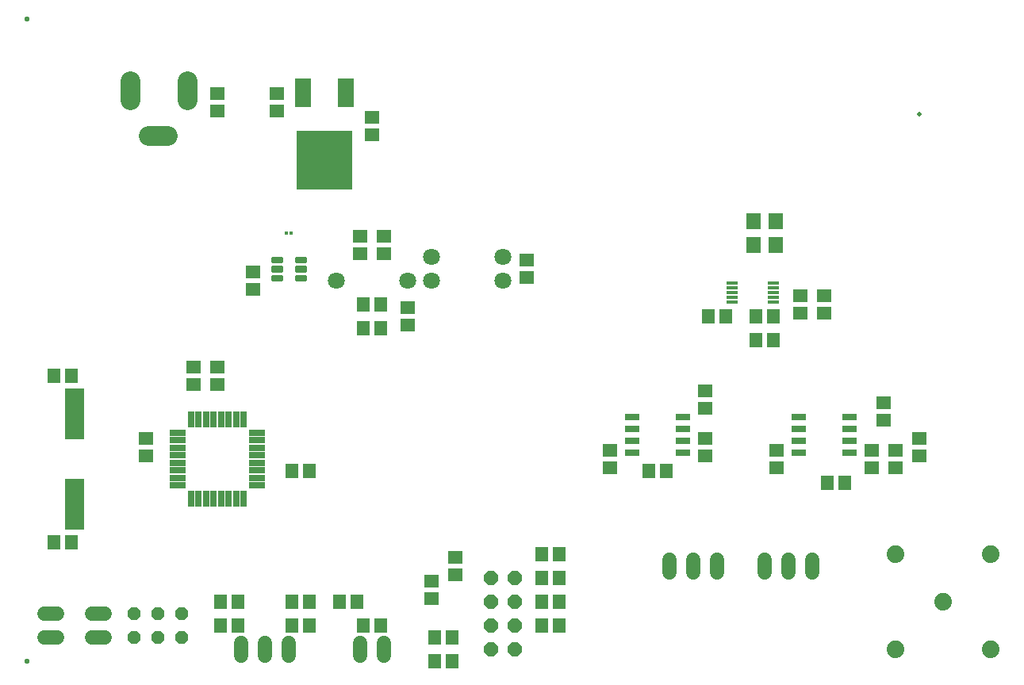
<source format=gbr>
G04 EAGLE Gerber RS-274X export*
G75*
%MOMM*%
%FSLAX34Y34*%
%LPD*%
%INSoldermask Top*%
%IPPOS*%
%AMOC8*
5,1,8,0,0,1.08239X$1,22.5*%
G01*
%ADD10C,0.551600*%
%ADD11C,0.501600*%
%ADD12R,1.601600X1.401600*%
%ADD13R,1.401600X1.601600*%
%ADD14C,1.801600*%
%ADD15R,1.151600X0.421600*%
%ADD16R,5.901600X6.301600*%
%ADD17R,1.701600X3.101600*%
%ADD18R,1.601600X0.701600*%
%ADD19C,2.101600*%
%ADD20C,1.524000*%
%ADD21P,1.649562X8X292.500000*%
%ADD22R,0.351600X0.451600*%
%ADD23R,2.032000X5.435600*%
%ADD24R,1.601600X1.701600*%
%ADD25R,1.701600X0.651600*%
%ADD26R,0.651600X1.701600*%
%ADD27C,0.245375*%
%ADD28C,1.879600*%
%ADD29P,1.525737X8X202.500000*%


D10*
X25400Y25400D03*
X25400Y711200D03*
D11*
X977900Y609600D03*
D12*
X647700Y250800D03*
X647700Y231800D03*
D13*
X231800Y88900D03*
X250800Y88900D03*
X803300Y368300D03*
X822300Y368300D03*
D12*
X152400Y244500D03*
X152400Y263500D03*
X850900Y415900D03*
X850900Y396900D03*
X431800Y403200D03*
X431800Y384200D03*
X266700Y441300D03*
X266700Y422300D03*
X406400Y479400D03*
X406400Y460400D03*
X558800Y435000D03*
X558800Y454000D03*
X749300Y314300D03*
X749300Y295300D03*
D13*
X803300Y393700D03*
X822300Y393700D03*
X54000Y330200D03*
X73000Y330200D03*
X73000Y152400D03*
X54000Y152400D03*
D12*
X228600Y631800D03*
X228600Y612800D03*
X393700Y587400D03*
X393700Y606400D03*
X292100Y631800D03*
X292100Y612800D03*
X825500Y250800D03*
X825500Y231800D03*
X939800Y301600D03*
X939800Y282600D03*
D13*
X771500Y393700D03*
X752500Y393700D03*
D12*
X876300Y415900D03*
X876300Y396900D03*
D13*
X403200Y63500D03*
X384200Y63500D03*
X308000Y88900D03*
X327000Y88900D03*
X308000Y228600D03*
X327000Y228600D03*
D14*
X431800Y431800D03*
X355600Y431800D03*
X457200Y431800D03*
X533400Y431800D03*
X533400Y457200D03*
X457200Y457200D03*
D15*
X822100Y409100D03*
X822100Y414100D03*
X822100Y419100D03*
X822100Y424100D03*
X822100Y429100D03*
X778100Y429100D03*
X778100Y424100D03*
X778100Y419100D03*
X778100Y414100D03*
X778100Y409100D03*
D16*
X342900Y560400D03*
D17*
X365700Y632200D03*
X320100Y632200D03*
D18*
X726000Y260350D03*
X671000Y260350D03*
X726000Y247650D03*
X726000Y273050D03*
X726000Y285750D03*
X671000Y247650D03*
X671000Y273050D03*
X671000Y285750D03*
X903800Y260350D03*
X848800Y260350D03*
X903800Y247650D03*
X903800Y273050D03*
X903800Y285750D03*
X848800Y247650D03*
X848800Y273050D03*
X848800Y285750D03*
D19*
X196100Y625000D02*
X196100Y645000D01*
X135100Y645000D02*
X135100Y625000D01*
X155100Y587000D02*
X175100Y587000D01*
D20*
X254000Y45212D02*
X254000Y30988D01*
X279400Y30988D02*
X279400Y45212D01*
X304800Y45212D02*
X304800Y30988D01*
X406400Y30988D02*
X406400Y45212D01*
X381000Y45212D02*
X381000Y30988D01*
D21*
X520700Y114300D03*
X546100Y114300D03*
X520700Y88900D03*
X546100Y88900D03*
X520700Y63500D03*
X546100Y63500D03*
X546100Y38100D03*
X520700Y38100D03*
D20*
X108712Y76200D02*
X94488Y76200D01*
X94488Y50800D02*
X108712Y50800D01*
D22*
X302050Y482600D03*
X307550Y482600D03*
D20*
X57912Y76200D02*
X43688Y76200D01*
X43688Y50800D02*
X57912Y50800D01*
X863600Y119888D02*
X863600Y134112D01*
X838200Y134112D02*
X838200Y119888D01*
X812800Y119888D02*
X812800Y134112D01*
X762000Y134112D02*
X762000Y119888D01*
X736600Y119888D02*
X736600Y134112D01*
X711200Y134112D02*
X711200Y119888D01*
D23*
X76200Y289560D03*
X76200Y193040D03*
D24*
X801300Y495100D03*
X801300Y470100D03*
X824300Y470100D03*
X824300Y495100D03*
D12*
X381000Y460400D03*
X381000Y479400D03*
D13*
X384200Y406400D03*
X403200Y406400D03*
X403200Y381000D03*
X384200Y381000D03*
X460400Y50800D03*
X479400Y50800D03*
X593700Y139700D03*
X574700Y139700D03*
X327000Y63500D03*
X308000Y63500D03*
X898500Y215900D03*
X879500Y215900D03*
D12*
X927100Y231800D03*
X927100Y250800D03*
X952500Y250800D03*
X952500Y231800D03*
D13*
X231800Y63500D03*
X250800Y63500D03*
D12*
X977900Y244500D03*
X977900Y263500D03*
D13*
X593700Y88900D03*
X574700Y88900D03*
D12*
X457200Y111100D03*
X457200Y92100D03*
D13*
X358800Y88900D03*
X377800Y88900D03*
D12*
X482600Y117500D03*
X482600Y136500D03*
D13*
X574700Y114300D03*
X593700Y114300D03*
X460400Y25400D03*
X479400Y25400D03*
X593700Y63500D03*
X574700Y63500D03*
D12*
X749300Y244500D03*
X749300Y263500D03*
D13*
X689000Y228600D03*
X708000Y228600D03*
D25*
X186100Y269300D03*
X186100Y261300D03*
X186100Y253300D03*
X186100Y245300D03*
X186100Y237300D03*
X186100Y229300D03*
X186100Y221300D03*
X186100Y213300D03*
X271100Y213300D03*
X271100Y221300D03*
X271100Y229300D03*
X271100Y237300D03*
X271100Y245300D03*
X271100Y253300D03*
X271100Y261300D03*
X271100Y269300D03*
D26*
X200600Y198800D03*
X208600Y198800D03*
X216600Y198800D03*
X224600Y198800D03*
X232600Y198800D03*
X240600Y198800D03*
X248600Y198800D03*
X256600Y198800D03*
X256600Y283800D03*
X248600Y283800D03*
X240600Y283800D03*
X232600Y283800D03*
X224600Y283800D03*
X216600Y283800D03*
X208600Y283800D03*
X200600Y283800D03*
D27*
X312019Y437181D02*
X322681Y437181D01*
X322681Y432819D01*
X312019Y432819D01*
X312019Y437181D01*
X312019Y435150D02*
X322681Y435150D01*
X322681Y446681D02*
X312019Y446681D01*
X322681Y446681D02*
X322681Y442319D01*
X312019Y442319D01*
X312019Y446681D01*
X312019Y444650D02*
X322681Y444650D01*
X322681Y456181D02*
X312019Y456181D01*
X322681Y456181D02*
X322681Y451819D01*
X312019Y451819D01*
X312019Y456181D01*
X312019Y454150D02*
X322681Y454150D01*
X297581Y437181D02*
X286919Y437181D01*
X297581Y437181D02*
X297581Y432819D01*
X286919Y432819D01*
X286919Y437181D01*
X286919Y435150D02*
X297581Y435150D01*
X297581Y446681D02*
X286919Y446681D01*
X297581Y446681D02*
X297581Y442319D01*
X286919Y442319D01*
X286919Y446681D01*
X286919Y444650D02*
X297581Y444650D01*
X297581Y456181D02*
X286919Y456181D01*
X297581Y456181D02*
X297581Y451819D01*
X286919Y451819D01*
X286919Y456181D01*
X286919Y454150D02*
X297581Y454150D01*
D28*
X1003300Y88900D03*
X1054100Y139700D03*
X952500Y139700D03*
X952500Y38100D03*
X1054100Y38100D03*
D29*
X165100Y50800D03*
X165100Y76200D03*
X190500Y50800D03*
X190500Y76200D03*
X139700Y76200D03*
X139700Y50800D03*
D12*
X228600Y320700D03*
X228600Y339700D03*
X203200Y320700D03*
X203200Y339700D03*
M02*

</source>
